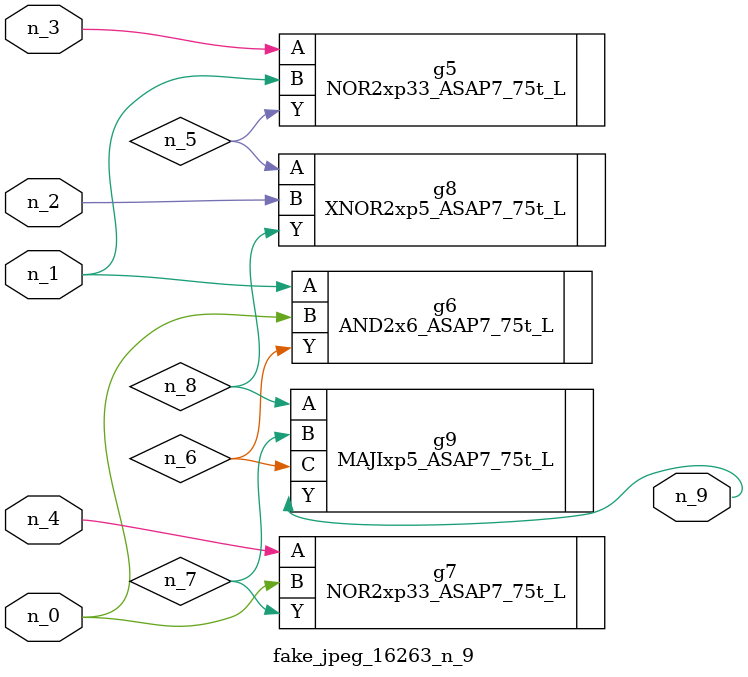
<source format=v>
module fake_jpeg_16263_n_9 (n_3, n_2, n_1, n_0, n_4, n_9);

input n_3;
input n_2;
input n_1;
input n_0;
input n_4;

output n_9;

wire n_8;
wire n_6;
wire n_5;
wire n_7;

NOR2xp33_ASAP7_75t_L g5 ( 
.A(n_3),
.B(n_1),
.Y(n_5)
);

AND2x6_ASAP7_75t_L g6 ( 
.A(n_1),
.B(n_0),
.Y(n_6)
);

NOR2xp33_ASAP7_75t_L g7 ( 
.A(n_4),
.B(n_0),
.Y(n_7)
);

XNOR2xp5_ASAP7_75t_L g8 ( 
.A(n_5),
.B(n_2),
.Y(n_8)
);

MAJIxp5_ASAP7_75t_L g9 ( 
.A(n_8),
.B(n_7),
.C(n_6),
.Y(n_9)
);


endmodule
</source>
